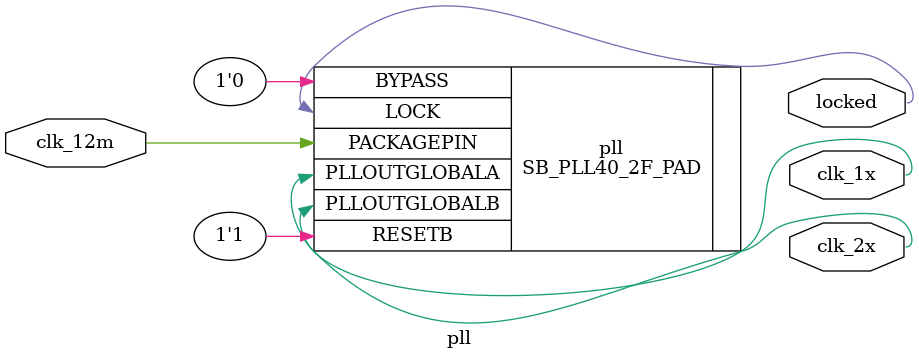
<source format=v>

`default_nettype none

module pll #(
    parameter ENABLE_FAST_CLK = 1
) (
    // verilator lint_off UNUSED
    input clk_12m,
    // verilator lint_on UNUSED

    output locked,
    output clk_1x /* verilator clocker */,
    output clk_2x /* verilator clocker */
);
    localparam PLL_DIVR_25M = 4'b0000;
    localparam PLL_DIVF_25M = 7'b1000010;
    localparam PLL_DIVQ_25M = 7'b101;

    localparam PLL_DIVR_33M = 4'b0000;
    localparam PLL_DIVF_33M = 7'b0101100;
    localparam PLL_DIVQ_33M = 7'b100;

    localparam PLL_DIVR = ENABLE_FAST_CLK ? PLL_DIVR_33M : PLL_DIVR_25M;
    localparam PLL_DIVF = ENABLE_FAST_CLK ? PLL_DIVF_33M : PLL_DIVF_25M;
    localparam PLL_DIVQ = ENABLE_FAST_CLK ? PLL_DIVQ_33M : PLL_DIVQ_25M;

`ifndef VERILATOR
    SB_PLL40_2F_PAD #(
        .FEEDBACK_PATH("SIMPLE"),
        .PLLOUT_SELECT_PORTA("GENCLK_HALF"),
        .PLLOUT_SELECT_PORTB("GENCLK"),
        .DIVR(PLL_DIVR),
        .DIVF(PLL_DIVF),
        .DIVQ(PLL_DIVQ),
        .FILTER_RANGE(3'b001)
    ) pll (
        .LOCK(locked),
        .RESETB(1'b1),
        .BYPASS(1'b0),
        .PACKAGEPIN(clk_12m),
        .PLLOUTGLOBALA(clk_1x),
        .PLLOUTGLOBALB(clk_2x)
    );
`else
    // these are directly assigned to in the verilator testbench
    reg clk_1x_r; // = 0;

    // reg clk_2x_r; // = 0;

    // not 12M in sim*
    wire clk_2x_r = clk_12m;

    assign clk_1x = clk_1x_r;
    assign clk_2x = clk_2x_r;
    assign locked = 1;

    always @(posedge clk_2x_r) begin
        clk_1x_r <= !clk_1x_r;
    end

`endif

endmodule

</source>
